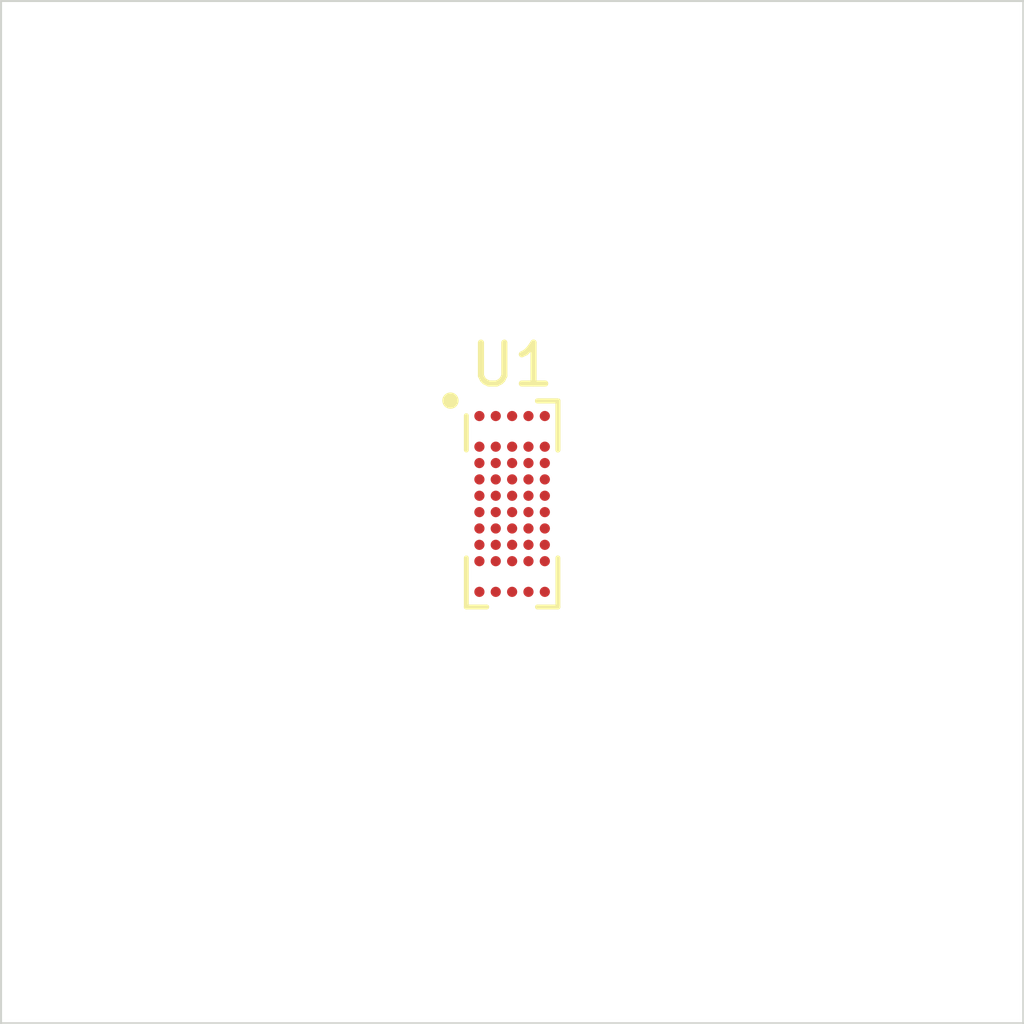
<source format=kicad_pcb>
(kicad_pcb (version 20171130) (host pcbnew 5.1.5+dfsg1-2build2)

  (general
    (thickness 1.6)
    (drawings 4)
    (tracks 0)
    (zones 0)
    (modules 1)
    (nets 32)
  )

  (page A4)
  (layers
    (0 F.Cu signal)
    (31 B.Cu signal)
    (32 B.Adhes user)
    (33 F.Adhes user)
    (34 B.Paste user)
    (35 F.Paste user)
    (36 B.SilkS user)
    (37 F.SilkS user)
    (38 B.Mask user)
    (39 F.Mask user)
    (40 Dwgs.User user)
    (41 Cmts.User user)
    (42 Eco1.User user)
    (43 Eco2.User user)
    (44 Edge.Cuts user)
    (45 Margin user)
    (46 B.CrtYd user)
    (47 F.CrtYd user)
    (48 B.Fab user)
    (49 F.Fab user)
  )

  (setup
    (last_trace_width 0.25)
    (trace_clearance 0.2)
    (zone_clearance 0.508)
    (zone_45_only no)
    (trace_min 0.2)
    (via_size 0.8)
    (via_drill 0.4)
    (via_min_size 0.4)
    (via_min_drill 0.3)
    (uvia_size 0.3)
    (uvia_drill 0.1)
    (uvias_allowed no)
    (uvia_min_size 0.2)
    (uvia_min_drill 0.1)
    (edge_width 0.05)
    (segment_width 0.2)
    (pcb_text_width 0.3)
    (pcb_text_size 1.5 1.5)
    (mod_edge_width 0.12)
    (mod_text_size 1 1)
    (mod_text_width 0.15)
    (pad_size 1.524 1.524)
    (pad_drill 0.762)
    (pad_to_mask_clearance 0.051)
    (solder_mask_min_width 0.25)
    (aux_axis_origin 0 0)
    (visible_elements FFFFFF7F)
    (pcbplotparams
      (layerselection 0x010fc_ffffffff)
      (usegerberextensions false)
      (usegerberattributes false)
      (usegerberadvancedattributes false)
      (creategerberjobfile false)
      (excludeedgelayer true)
      (linewidth 0.100000)
      (plotframeref false)
      (viasonmask false)
      (mode 1)
      (useauxorigin false)
      (hpglpennumber 1)
      (hpglpenspeed 20)
      (hpglpendiameter 15.000000)
      (psnegative false)
      (psa4output false)
      (plotreference true)
      (plotvalue true)
      (plotinvisibletext false)
      (padsonsilk false)
      (subtractmaskfromsilk false)
      (outputformat 1)
      (mirror false)
      (drillshape 1)
      (scaleselection 1)
      (outputdirectory ""))
  )

  (net 0 "")
  (net 1 "Net-(U1-PadA3)")
  (net 2 "Net-(U1-PadJ5)")
  (net 3 "Net-(U1-PadH5)")
  (net 4 "Net-(U1-PadG5)")
  (net 5 "Net-(U1-PadF5)")
  (net 6 "Net-(U1-PadE5)")
  (net 7 "Net-(U1-PadD5)")
  (net 8 "Net-(U1-PadB3)")
  (net 9 "Net-(U1-PadA1)")
  (net 10 "Net-(U1-PadH4)")
  (net 11 "Net-(U1-PadG4)")
  (net 12 "Net-(U1-PadF4)")
  (net 13 "Net-(U1-PadE4)")
  (net 14 "Net-(U1-PadD4)")
  (net 15 "Net-(U1-PadC4)")
  (net 16 "Net-(U1-PadA4)")
  (net 17 "Net-(U1-PadG3)")
  (net 18 "Net-(U1-PadF3)")
  (net 19 "Net-(U1-PadE3)")
  (net 20 "Net-(U1-PadD3)")
  (net 21 "Net-(U1-PadJ2)")
  (net 22 "Net-(U1-PadH2)")
  (net 23 "Net-(U1-PadG2)")
  (net 24 "Net-(U1-PadF2)")
  (net 25 "Net-(U1-PadE2)")
  (net 26 "Net-(U1-PadD2)")
  (net 27 "Net-(U1-PadC2)")
  (net 28 "Net-(U1-PadJ1)")
  (net 29 "Net-(U1-PadG1)")
  (net 30 "Net-(U1-PadE1)")
  (net 31 "Net-(U1-PadD1)")

  (net_class Default "This is the default net class."
    (clearance 0.2)
    (trace_width 0.25)
    (via_dia 0.8)
    (via_drill 0.4)
    (uvia_dia 0.3)
    (uvia_drill 0.1)
    (add_net "Net-(U1-PadA1)")
    (add_net "Net-(U1-PadA3)")
    (add_net "Net-(U1-PadA4)")
    (add_net "Net-(U1-PadB3)")
    (add_net "Net-(U1-PadC2)")
    (add_net "Net-(U1-PadC4)")
    (add_net "Net-(U1-PadD1)")
    (add_net "Net-(U1-PadD2)")
    (add_net "Net-(U1-PadD3)")
    (add_net "Net-(U1-PadD4)")
    (add_net "Net-(U1-PadD5)")
    (add_net "Net-(U1-PadE1)")
    (add_net "Net-(U1-PadE2)")
    (add_net "Net-(U1-PadE3)")
    (add_net "Net-(U1-PadE4)")
    (add_net "Net-(U1-PadE5)")
    (add_net "Net-(U1-PadF2)")
    (add_net "Net-(U1-PadF3)")
    (add_net "Net-(U1-PadF4)")
    (add_net "Net-(U1-PadF5)")
    (add_net "Net-(U1-PadG1)")
    (add_net "Net-(U1-PadG2)")
    (add_net "Net-(U1-PadG3)")
    (add_net "Net-(U1-PadG4)")
    (add_net "Net-(U1-PadG5)")
    (add_net "Net-(U1-PadH2)")
    (add_net "Net-(U1-PadH4)")
    (add_net "Net-(U1-PadH5)")
    (add_net "Net-(U1-PadJ1)")
    (add_net "Net-(U1-PadJ2)")
    (add_net "Net-(U1-PadJ5)")
  )

  (module rpc-template:WLCSP-50_1.96x4.63mm_Layout5x10_P0.4mm (layer F.Cu) (tedit 5F4E2361) (tstamp 5FA00DA1)
    (at 142.5 92.3)
    (path /5F9FF6B4)
    (attr smd)
    (fp_text reference U1 (at 0 -3.4) (layer F.SilkS)
      (effects (font (size 1 1) (thickness 0.15)))
    )
    (fp_text value EM6GA16LCAEA-12H (at 0 3.4) (layer F.Fab)
      (effects (font (size 1 1) (thickness 0.15)))
    )
    (fp_line (start -1.4 2.8) (end -1.4 -2.8) (layer F.CrtYd) (width 0.05))
    (fp_line (start 1.4 2.8) (end -1.4 2.8) (layer F.CrtYd) (width 0.05))
    (fp_line (start 1.4 -2.8) (end 1.4 2.8) (layer F.CrtYd) (width 0.05))
    (fp_line (start -1.4 -2.8) (end 1.4 -2.8) (layer F.CrtYd) (width 0.05))
    (fp_circle (center -1.508 -2.527) (end -1.508 -2.427) (layer F.SilkS) (width 0.2))
    (fp_line (start -1.12 -2.159) (end -1.12 -1.32) (layer F.SilkS) (width 0.12))
    (fp_line (start -1.12 2.52) (end -1.12 1.32) (layer F.SilkS) (width 0.12))
    (fp_line (start -0.62 2.52) (end -1.12 2.52) (layer F.SilkS) (width 0.12))
    (fp_line (start 1.12 -2.52) (end 1.12 -1.32) (layer F.SilkS) (width 0.12))
    (fp_line (start 0.62 -2.52) (end 1.12 -2.52) (layer F.SilkS) (width 0.12))
    (fp_line (start 1.12 2.52) (end 1.12 1.32) (layer F.SilkS) (width 0.12))
    (fp_line (start 0.62 2.52) (end 1.12 2.52) (layer F.SilkS) (width 0.12))
    (fp_line (start 1.12 -2.52) (end 1.12 -1.32) (layer F.SilkS) (width 0.12))
    (fp_line (start 0.62 -2.52) (end 1.12 -2.52) (layer F.SilkS) (width 0.12))
    (fp_line (start 1.12 -2.52) (end 1.12 -1.32) (layer F.SilkS) (width 0.12))
    (fp_line (start 0.62 -2.52) (end 1.12 -2.52) (layer F.SilkS) (width 0.12))
    (fp_line (start 1 -2.4) (end -0.762 -2.4) (layer F.Fab) (width 0.1))
    (fp_line (start 1 2.4) (end 1 -2.4) (layer F.Fab) (width 0.1))
    (fp_line (start -1 2.4) (end 1 2.4) (layer F.Fab) (width 0.1))
    (fp_line (start -1 -2.286) (end -1 2.4) (layer F.Fab) (width 0.1))
    (pad K5 smd circle (at 0.8 2.15) (size 0.25 0.25) (layers F.Cu F.Paste F.Mask)
      (net 1 "Net-(U1-PadA3)"))
    (pad J5 smd circle (at 0.8 1.4) (size 0.25 0.25) (layers F.Cu F.Paste F.Mask)
      (net 2 "Net-(U1-PadJ5)"))
    (pad H5 smd circle (at 0.8 1) (size 0.25 0.25) (layers F.Cu F.Paste F.Mask)
      (net 3 "Net-(U1-PadH5)"))
    (pad G5 smd circle (at 0.8 0.6) (size 0.25 0.25) (layers F.Cu F.Paste F.Mask)
      (net 4 "Net-(U1-PadG5)"))
    (pad F5 smd circle (at 0.8 0.2) (size 0.25 0.25) (layers F.Cu F.Paste F.Mask)
      (net 5 "Net-(U1-PadF5)"))
    (pad E5 smd circle (at 0.8 -0.2) (size 0.25 0.25) (layers F.Cu F.Paste F.Mask)
      (net 6 "Net-(U1-PadE5)"))
    (pad D5 smd circle (at 0.8 -0.6) (size 0.25 0.25) (layers F.Cu F.Paste F.Mask)
      (net 7 "Net-(U1-PadD5)"))
    (pad C5 smd circle (at 0.8 -1) (size 0.25 0.25) (layers F.Cu F.Paste F.Mask)
      (net 8 "Net-(U1-PadB3)"))
    (pad B5 smd circle (at 0.8 -1.4) (size 0.25 0.25) (layers F.Cu F.Paste F.Mask)
      (net 1 "Net-(U1-PadA3)"))
    (pad A5 smd circle (at 0.8 -2.15) (size 0.25 0.25) (layers F.Cu F.Paste F.Mask)
      (net 1 "Net-(U1-PadA3)"))
    (pad K4 smd circle (at 0.4 2.15) (size 0.25 0.25) (layers F.Cu F.Paste F.Mask)
      (net 9 "Net-(U1-PadA1)"))
    (pad J4 smd circle (at 0.4 1.4) (size 0.25 0.25) (layers F.Cu F.Paste F.Mask)
      (net 9 "Net-(U1-PadA1)"))
    (pad H4 smd circle (at 0.4 1) (size 0.25 0.25) (layers F.Cu F.Paste F.Mask)
      (net 10 "Net-(U1-PadH4)"))
    (pad G4 smd circle (at 0.4 0.6) (size 0.25 0.25) (layers F.Cu F.Paste F.Mask)
      (net 11 "Net-(U1-PadG4)"))
    (pad F4 smd circle (at 0.4 0.2) (size 0.25 0.25) (layers F.Cu F.Paste F.Mask)
      (net 12 "Net-(U1-PadF4)"))
    (pad E4 smd circle (at 0.4 -0.2) (size 0.25 0.25) (layers F.Cu F.Paste F.Mask)
      (net 13 "Net-(U1-PadE4)"))
    (pad D4 smd circle (at 0.4 -0.6) (size 0.25 0.25) (layers F.Cu F.Paste F.Mask)
      (net 14 "Net-(U1-PadD4)"))
    (pad C4 smd circle (at 0.4 -1) (size 0.25 0.25) (layers F.Cu F.Paste F.Mask)
      (net 15 "Net-(U1-PadC4)"))
    (pad B4 smd circle (at 0.4 -1.4) (size 0.25 0.25) (layers F.Cu F.Paste F.Mask)
      (net 9 "Net-(U1-PadA1)"))
    (pad A4 smd circle (at 0.4 -2.15) (size 0.25 0.25) (layers F.Cu F.Paste F.Mask)
      (net 16 "Net-(U1-PadA4)"))
    (pad K3 smd circle (at 0 2.15) (size 0.25 0.25) (layers F.Cu F.Paste F.Mask)
      (net 9 "Net-(U1-PadA1)"))
    (pad J3 smd circle (at 0 1.4) (size 0.25 0.25) (layers F.Cu F.Paste F.Mask)
      (net 1 "Net-(U1-PadA3)"))
    (pad H3 smd circle (at 0 1) (size 0.25 0.25) (layers F.Cu F.Paste F.Mask)
      (net 1 "Net-(U1-PadA3)"))
    (pad G3 smd circle (at 0 0.6) (size 0.25 0.25) (layers F.Cu F.Paste F.Mask)
      (net 17 "Net-(U1-PadG3)"))
    (pad F3 smd circle (at 0 0.2) (size 0.25 0.25) (layers F.Cu F.Paste F.Mask)
      (net 18 "Net-(U1-PadF3)"))
    (pad E3 smd circle (at 0 -0.2) (size 0.25 0.25) (layers F.Cu F.Paste F.Mask)
      (net 19 "Net-(U1-PadE3)"))
    (pad D3 smd circle (at 0 -0.6) (size 0.25 0.25) (layers F.Cu F.Paste F.Mask)
      (net 20 "Net-(U1-PadD3)"))
    (pad C3 smd circle (at 0 -1) (size 0.25 0.25) (layers F.Cu F.Paste F.Mask)
      (net 9 "Net-(U1-PadA1)"))
    (pad B3 smd circle (at 0 -1.4) (size 0.25 0.25) (layers F.Cu F.Paste F.Mask)
      (net 8 "Net-(U1-PadB3)"))
    (pad A3 smd circle (at 0 -2.15) (size 0.25 0.25) (layers F.Cu F.Paste F.Mask)
      (net 1 "Net-(U1-PadA3)"))
    (pad K2 smd circle (at -0.4 2.15) (size 0.25 0.25) (layers F.Cu F.Paste F.Mask)
      (net 1 "Net-(U1-PadA3)"))
    (pad J2 smd circle (at -0.4 1.4) (size 0.25 0.25) (layers F.Cu F.Paste F.Mask)
      (net 21 "Net-(U1-PadJ2)"))
    (pad H2 smd circle (at -0.4 1) (size 0.25 0.25) (layers F.Cu F.Paste F.Mask)
      (net 22 "Net-(U1-PadH2)"))
    (pad G2 smd circle (at -0.4 0.6) (size 0.25 0.25) (layers F.Cu F.Paste F.Mask)
      (net 23 "Net-(U1-PadG2)"))
    (pad F2 smd circle (at -0.4 0.2) (size 0.25 0.25) (layers F.Cu F.Paste F.Mask)
      (net 24 "Net-(U1-PadF2)"))
    (pad E2 smd circle (at -0.4 -0.2) (size 0.25 0.25) (layers F.Cu F.Paste F.Mask)
      (net 25 "Net-(U1-PadE2)"))
    (pad D2 smd circle (at -0.4 -0.6) (size 0.25 0.25) (layers F.Cu F.Paste F.Mask)
      (net 26 "Net-(U1-PadD2)"))
    (pad C2 smd circle (at -0.4 -1) (size 0.25 0.25) (layers F.Cu F.Paste F.Mask)
      (net 27 "Net-(U1-PadC2)"))
    (pad B2 smd circle (at -0.4 -1.4) (size 0.25 0.25) (layers F.Cu F.Paste F.Mask)
      (net 1 "Net-(U1-PadA3)"))
    (pad A2 smd circle (at -0.4 -2.15) (size 0.25 0.25) (layers F.Cu F.Paste F.Mask)
      (net 9 "Net-(U1-PadA1)"))
    (pad K1 smd circle (at -0.8 2.15) (size 0.25 0.25) (layers F.Cu F.Paste F.Mask)
      (net 5 "Net-(U1-PadF5)"))
    (pad J1 smd circle (at -0.8 1.4) (size 0.25 0.25) (layers F.Cu F.Paste F.Mask)
      (net 28 "Net-(U1-PadJ1)"))
    (pad H1 smd circle (at -0.8 1) (size 0.25 0.25) (layers F.Cu F.Paste F.Mask)
      (net 8 "Net-(U1-PadB3)"))
    (pad G1 smd circle (at -0.8 0.6) (size 0.25 0.25) (layers F.Cu F.Paste F.Mask)
      (net 29 "Net-(U1-PadG1)"))
    (pad F1 smd circle (at -0.8 0.2) (size 0.25 0.25) (layers F.Cu F.Paste F.Mask)
      (net 9 "Net-(U1-PadA1)"))
    (pad E1 smd circle (at -0.8 -0.2) (size 0.25 0.25) (layers F.Cu F.Paste F.Mask)
      (net 30 "Net-(U1-PadE1)"))
    (pad D1 smd circle (at -0.8 -0.6) (size 0.25 0.25) (layers F.Cu F.Paste F.Mask)
      (net 31 "Net-(U1-PadD1)"))
    (pad C1 smd circle (at -0.8 -1) (size 0.25 0.25) (layers F.Cu F.Paste F.Mask)
      (net 8 "Net-(U1-PadB3)"))
    (pad B1 smd circle (at -0.8 -1.4) (size 0.25 0.25) (layers F.Cu F.Paste F.Mask)
      (net 16 "Net-(U1-PadA4)"))
    (pad A1 smd circle (at -0.8 -2.15) (size 0.25 0.25) (layers F.Cu F.Paste F.Mask)
      (net 9 "Net-(U1-PadA1)"))
  )

  (gr_line (start 155 80) (end 130 80) (layer Edge.Cuts) (width 0.05) (tstamp 5F9F7C86))
  (gr_line (start 155 105) (end 155 80) (layer Edge.Cuts) (width 0.05))
  (gr_line (start 130 105) (end 155 105) (layer Edge.Cuts) (width 0.05))
  (gr_line (start 130 80) (end 130 105) (layer Edge.Cuts) (width 0.05))

)

</source>
